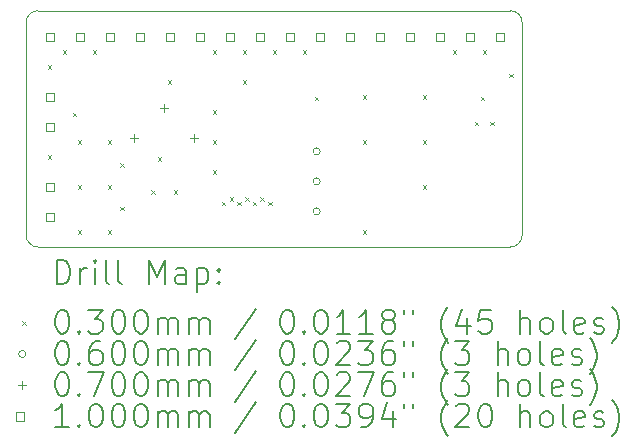
<source format=gbr>
%TF.GenerationSoftware,KiCad,Pcbnew,8.0.6*%
%TF.CreationDate,2024-12-18T19:44:45+00:00*%
%TF.ProjectId,003-UART-1602,3030332d-5541-4525-942d-313630322e6b,MkI*%
%TF.SameCoordinates,Original*%
%TF.FileFunction,Drillmap*%
%TF.FilePolarity,Positive*%
%FSLAX45Y45*%
G04 Gerber Fmt 4.5, Leading zero omitted, Abs format (unit mm)*
G04 Created by KiCad (PCBNEW 8.0.6) date 2024-12-18 19:44:45*
%MOMM*%
%LPD*%
G01*
G04 APERTURE LIST*
%ADD10C,0.050000*%
%ADD11C,0.200000*%
%ADD12C,0.100000*%
G04 APERTURE END LIST*
D10*
X3038552Y-6478930D02*
G75*
G02*
X3138552Y-6378930I100000J0D01*
G01*
X7238552Y-8278930D02*
X7238552Y-6478930D01*
X3038552Y-6478930D02*
X3038552Y-8278930D01*
X7238552Y-8278930D02*
G75*
G02*
X7138552Y-8378930I-100000J0D01*
G01*
X3138552Y-8378930D02*
G75*
G02*
X3038552Y-8278930I0J100000D01*
G01*
X7138552Y-6378930D02*
X3138552Y-6378930D01*
X3138552Y-8378930D02*
X7138552Y-8378930D01*
X7138552Y-6378930D02*
G75*
G02*
X7238552Y-6478930I0J-100000D01*
G01*
D11*
D12*
X3223552Y-6842930D02*
X3253552Y-6872930D01*
X3253552Y-6842930D02*
X3223552Y-6872930D01*
X3223552Y-7604930D02*
X3253552Y-7634930D01*
X3253552Y-7604930D02*
X3223552Y-7634930D01*
X3350552Y-6715930D02*
X3380552Y-6745930D01*
X3380552Y-6715930D02*
X3350552Y-6745930D01*
X3433552Y-7242930D02*
X3463552Y-7272930D01*
X3463552Y-7242930D02*
X3433552Y-7272930D01*
X3477552Y-7477930D02*
X3507552Y-7507930D01*
X3507552Y-7477930D02*
X3477552Y-7507930D01*
X3477552Y-7858930D02*
X3507552Y-7888930D01*
X3507552Y-7858930D02*
X3477552Y-7888930D01*
X3477552Y-8239930D02*
X3507552Y-8269930D01*
X3507552Y-8239930D02*
X3477552Y-8269930D01*
X3604552Y-6715930D02*
X3634552Y-6745930D01*
X3634552Y-6715930D02*
X3604552Y-6745930D01*
X3731552Y-7477930D02*
X3761552Y-7507930D01*
X3761552Y-7477930D02*
X3731552Y-7507930D01*
X3731552Y-7858930D02*
X3761552Y-7888930D01*
X3761552Y-7858930D02*
X3731552Y-7888930D01*
X3731552Y-8239930D02*
X3761552Y-8269930D01*
X3761552Y-8239930D02*
X3731552Y-8269930D01*
X3833552Y-7668930D02*
X3863552Y-7698930D01*
X3863552Y-7668930D02*
X3833552Y-7698930D01*
X3833552Y-8037930D02*
X3863552Y-8067930D01*
X3863552Y-8037930D02*
X3833552Y-8067930D01*
X4098552Y-7898930D02*
X4128552Y-7928930D01*
X4128552Y-7898930D02*
X4098552Y-7928930D01*
X4153552Y-7618930D02*
X4183552Y-7648930D01*
X4183552Y-7618930D02*
X4153552Y-7648930D01*
X4239552Y-6969930D02*
X4269552Y-6999930D01*
X4269552Y-6969930D02*
X4239552Y-6999930D01*
X4288552Y-7898930D02*
X4318552Y-7928930D01*
X4318552Y-7898930D02*
X4288552Y-7928930D01*
X4620552Y-6715930D02*
X4650552Y-6745930D01*
X4650552Y-6715930D02*
X4620552Y-6745930D01*
X4620552Y-7223930D02*
X4650552Y-7253930D01*
X4650552Y-7223930D02*
X4620552Y-7253930D01*
X4620552Y-7477930D02*
X4650552Y-7507930D01*
X4650552Y-7477930D02*
X4620552Y-7507930D01*
X4620552Y-7731930D02*
X4650552Y-7761930D01*
X4650552Y-7731930D02*
X4620552Y-7761930D01*
X4696622Y-7997930D02*
X4726622Y-8027930D01*
X4726622Y-7997930D02*
X4696622Y-8027930D01*
X4761622Y-7957930D02*
X4791622Y-7987930D01*
X4791622Y-7957930D02*
X4761622Y-7987930D01*
X4826622Y-7997930D02*
X4856622Y-8027930D01*
X4856622Y-7997930D02*
X4826622Y-8027930D01*
X4874552Y-6715930D02*
X4904552Y-6745930D01*
X4904552Y-6715930D02*
X4874552Y-6745930D01*
X4874552Y-6969930D02*
X4904552Y-6999930D01*
X4904552Y-6969930D02*
X4874552Y-6999930D01*
X4891622Y-7957930D02*
X4921622Y-7987930D01*
X4921622Y-7957930D02*
X4891622Y-7987930D01*
X4956622Y-7997930D02*
X4986622Y-8027930D01*
X4986622Y-7997930D02*
X4956622Y-8027930D01*
X5021622Y-7957930D02*
X5051622Y-7987930D01*
X5051622Y-7957930D02*
X5021622Y-7987930D01*
X5086622Y-7997930D02*
X5116622Y-8027930D01*
X5116622Y-7997930D02*
X5086622Y-8027930D01*
X5128552Y-6715930D02*
X5158552Y-6745930D01*
X5158552Y-6715930D02*
X5128552Y-6745930D01*
X5382552Y-6715930D02*
X5412552Y-6745930D01*
X5412552Y-6715930D02*
X5382552Y-6745930D01*
X5481622Y-7107930D02*
X5511622Y-7137930D01*
X5511622Y-7107930D02*
X5481622Y-7137930D01*
X5890552Y-7096930D02*
X5920552Y-7126930D01*
X5920552Y-7096930D02*
X5890552Y-7126930D01*
X5890552Y-7477930D02*
X5920552Y-7507930D01*
X5920552Y-7477930D02*
X5890552Y-7507930D01*
X5890552Y-8239930D02*
X5920552Y-8269930D01*
X5920552Y-8239930D02*
X5890552Y-8269930D01*
X6398552Y-7096930D02*
X6428552Y-7126930D01*
X6428552Y-7096930D02*
X6398552Y-7126930D01*
X6398552Y-7477930D02*
X6428552Y-7507930D01*
X6428552Y-7477930D02*
X6398552Y-7507930D01*
X6398552Y-7858930D02*
X6428552Y-7888930D01*
X6428552Y-7858930D02*
X6398552Y-7888930D01*
X6652552Y-6715930D02*
X6682552Y-6745930D01*
X6682552Y-6715930D02*
X6652552Y-6745930D01*
X6838552Y-7318930D02*
X6868552Y-7348930D01*
X6868552Y-7318930D02*
X6838552Y-7348930D01*
X6886622Y-7106680D02*
X6916622Y-7136680D01*
X6916622Y-7106680D02*
X6886622Y-7136680D01*
X6906552Y-6715930D02*
X6936552Y-6745930D01*
X6936552Y-6715930D02*
X6906552Y-6745930D01*
X6968552Y-7318930D02*
X6998552Y-7348930D01*
X6998552Y-7318930D02*
X6968552Y-7348930D01*
X7129122Y-6912930D02*
X7159122Y-6942930D01*
X7159122Y-6912930D02*
X7129122Y-6942930D01*
X5528552Y-7569930D02*
G75*
G02*
X5468552Y-7569930I-30000J0D01*
G01*
X5468552Y-7569930D02*
G75*
G02*
X5528552Y-7569930I30000J0D01*
G01*
X5528552Y-7823930D02*
G75*
G02*
X5468552Y-7823930I-30000J0D01*
G01*
X5468552Y-7823930D02*
G75*
G02*
X5528552Y-7823930I30000J0D01*
G01*
X5528552Y-8077930D02*
G75*
G02*
X5468552Y-8077930I-30000J0D01*
G01*
X5468552Y-8077930D02*
G75*
G02*
X5528552Y-8077930I30000J0D01*
G01*
X3953552Y-7422930D02*
X3953552Y-7492930D01*
X3918552Y-7457930D02*
X3988552Y-7457930D01*
X4207552Y-7168930D02*
X4207552Y-7238930D01*
X4172552Y-7203930D02*
X4242552Y-7203930D01*
X4461552Y-7422930D02*
X4461552Y-7492930D01*
X4426552Y-7457930D02*
X4496552Y-7457930D01*
X3273908Y-6639286D02*
X3273908Y-6568574D01*
X3203196Y-6568574D01*
X3203196Y-6639286D01*
X3273908Y-6639286D01*
X3273908Y-7147286D02*
X3273908Y-7076574D01*
X3203196Y-7076574D01*
X3203196Y-7147286D01*
X3273908Y-7147286D01*
X3273908Y-7401286D02*
X3273908Y-7330574D01*
X3203196Y-7330574D01*
X3203196Y-7401286D01*
X3273908Y-7401286D01*
X3273908Y-7909286D02*
X3273908Y-7838574D01*
X3203196Y-7838574D01*
X3203196Y-7909286D01*
X3273908Y-7909286D01*
X3273908Y-8163286D02*
X3273908Y-8092574D01*
X3203196Y-8092574D01*
X3203196Y-8163286D01*
X3273908Y-8163286D01*
X3527908Y-6639286D02*
X3527908Y-6568574D01*
X3457196Y-6568574D01*
X3457196Y-6639286D01*
X3527908Y-6639286D01*
X3781908Y-6639286D02*
X3781908Y-6568574D01*
X3711196Y-6568574D01*
X3711196Y-6639286D01*
X3781908Y-6639286D01*
X4035908Y-6639286D02*
X4035908Y-6568574D01*
X3965196Y-6568574D01*
X3965196Y-6639286D01*
X4035908Y-6639286D01*
X4289908Y-6639286D02*
X4289908Y-6568574D01*
X4219196Y-6568574D01*
X4219196Y-6639286D01*
X4289908Y-6639286D01*
X4543908Y-6639286D02*
X4543908Y-6568574D01*
X4473196Y-6568574D01*
X4473196Y-6639286D01*
X4543908Y-6639286D01*
X4797908Y-6639286D02*
X4797908Y-6568574D01*
X4727196Y-6568574D01*
X4727196Y-6639286D01*
X4797908Y-6639286D01*
X5051908Y-6639286D02*
X5051908Y-6568574D01*
X4981196Y-6568574D01*
X4981196Y-6639286D01*
X5051908Y-6639286D01*
X5305908Y-6639286D02*
X5305908Y-6568574D01*
X5235196Y-6568574D01*
X5235196Y-6639286D01*
X5305908Y-6639286D01*
X5559908Y-6639286D02*
X5559908Y-6568574D01*
X5489196Y-6568574D01*
X5489196Y-6639286D01*
X5559908Y-6639286D01*
X5813908Y-6639286D02*
X5813908Y-6568574D01*
X5743196Y-6568574D01*
X5743196Y-6639286D01*
X5813908Y-6639286D01*
X6067908Y-6639286D02*
X6067908Y-6568574D01*
X5997196Y-6568574D01*
X5997196Y-6639286D01*
X6067908Y-6639286D01*
X6321908Y-6639286D02*
X6321908Y-6568574D01*
X6251196Y-6568574D01*
X6251196Y-6639286D01*
X6321908Y-6639286D01*
X6575908Y-6639286D02*
X6575908Y-6568574D01*
X6505196Y-6568574D01*
X6505196Y-6639286D01*
X6575908Y-6639286D01*
X6829908Y-6639286D02*
X6829908Y-6568574D01*
X6759196Y-6568574D01*
X6759196Y-6639286D01*
X6829908Y-6639286D01*
X7083908Y-6639286D02*
X7083908Y-6568574D01*
X7013196Y-6568574D01*
X7013196Y-6639286D01*
X7083908Y-6639286D01*
D11*
X3296829Y-8692914D02*
X3296829Y-8492914D01*
X3296829Y-8492914D02*
X3344448Y-8492914D01*
X3344448Y-8492914D02*
X3373019Y-8502438D01*
X3373019Y-8502438D02*
X3392067Y-8521485D01*
X3392067Y-8521485D02*
X3401591Y-8540533D01*
X3401591Y-8540533D02*
X3411114Y-8578628D01*
X3411114Y-8578628D02*
X3411114Y-8607200D01*
X3411114Y-8607200D02*
X3401591Y-8645295D01*
X3401591Y-8645295D02*
X3392067Y-8664342D01*
X3392067Y-8664342D02*
X3373019Y-8683390D01*
X3373019Y-8683390D02*
X3344448Y-8692914D01*
X3344448Y-8692914D02*
X3296829Y-8692914D01*
X3496829Y-8692914D02*
X3496829Y-8559580D01*
X3496829Y-8597676D02*
X3506353Y-8578628D01*
X3506353Y-8578628D02*
X3515876Y-8569104D01*
X3515876Y-8569104D02*
X3534924Y-8559580D01*
X3534924Y-8559580D02*
X3553972Y-8559580D01*
X3620638Y-8692914D02*
X3620638Y-8559580D01*
X3620638Y-8492914D02*
X3611114Y-8502438D01*
X3611114Y-8502438D02*
X3620638Y-8511961D01*
X3620638Y-8511961D02*
X3630162Y-8502438D01*
X3630162Y-8502438D02*
X3620638Y-8492914D01*
X3620638Y-8492914D02*
X3620638Y-8511961D01*
X3744448Y-8692914D02*
X3725400Y-8683390D01*
X3725400Y-8683390D02*
X3715876Y-8664342D01*
X3715876Y-8664342D02*
X3715876Y-8492914D01*
X3849210Y-8692914D02*
X3830162Y-8683390D01*
X3830162Y-8683390D02*
X3820638Y-8664342D01*
X3820638Y-8664342D02*
X3820638Y-8492914D01*
X4077781Y-8692914D02*
X4077781Y-8492914D01*
X4077781Y-8492914D02*
X4144448Y-8635771D01*
X4144448Y-8635771D02*
X4211115Y-8492914D01*
X4211115Y-8492914D02*
X4211115Y-8692914D01*
X4392067Y-8692914D02*
X4392067Y-8588152D01*
X4392067Y-8588152D02*
X4382543Y-8569104D01*
X4382543Y-8569104D02*
X4363496Y-8559580D01*
X4363496Y-8559580D02*
X4325400Y-8559580D01*
X4325400Y-8559580D02*
X4306353Y-8569104D01*
X4392067Y-8683390D02*
X4373019Y-8692914D01*
X4373019Y-8692914D02*
X4325400Y-8692914D01*
X4325400Y-8692914D02*
X4306353Y-8683390D01*
X4306353Y-8683390D02*
X4296829Y-8664342D01*
X4296829Y-8664342D02*
X4296829Y-8645295D01*
X4296829Y-8645295D02*
X4306353Y-8626247D01*
X4306353Y-8626247D02*
X4325400Y-8616723D01*
X4325400Y-8616723D02*
X4373019Y-8616723D01*
X4373019Y-8616723D02*
X4392067Y-8607200D01*
X4487305Y-8559580D02*
X4487305Y-8759580D01*
X4487305Y-8569104D02*
X4506353Y-8559580D01*
X4506353Y-8559580D02*
X4544448Y-8559580D01*
X4544448Y-8559580D02*
X4563496Y-8569104D01*
X4563496Y-8569104D02*
X4573019Y-8578628D01*
X4573019Y-8578628D02*
X4582543Y-8597676D01*
X4582543Y-8597676D02*
X4582543Y-8654819D01*
X4582543Y-8654819D02*
X4573019Y-8673866D01*
X4573019Y-8673866D02*
X4563496Y-8683390D01*
X4563496Y-8683390D02*
X4544448Y-8692914D01*
X4544448Y-8692914D02*
X4506353Y-8692914D01*
X4506353Y-8692914D02*
X4487305Y-8683390D01*
X4668257Y-8673866D02*
X4677781Y-8683390D01*
X4677781Y-8683390D02*
X4668257Y-8692914D01*
X4668257Y-8692914D02*
X4658734Y-8683390D01*
X4658734Y-8683390D02*
X4668257Y-8673866D01*
X4668257Y-8673866D02*
X4668257Y-8692914D01*
X4668257Y-8569104D02*
X4677781Y-8578628D01*
X4677781Y-8578628D02*
X4668257Y-8588152D01*
X4668257Y-8588152D02*
X4658734Y-8578628D01*
X4658734Y-8578628D02*
X4668257Y-8569104D01*
X4668257Y-8569104D02*
X4668257Y-8588152D01*
D12*
X3006052Y-9006430D02*
X3036052Y-9036430D01*
X3036052Y-9006430D02*
X3006052Y-9036430D01*
D11*
X3334924Y-8912914D02*
X3353972Y-8912914D01*
X3353972Y-8912914D02*
X3373019Y-8922438D01*
X3373019Y-8922438D02*
X3382543Y-8931961D01*
X3382543Y-8931961D02*
X3392067Y-8951009D01*
X3392067Y-8951009D02*
X3401591Y-8989104D01*
X3401591Y-8989104D02*
X3401591Y-9036723D01*
X3401591Y-9036723D02*
X3392067Y-9074819D01*
X3392067Y-9074819D02*
X3382543Y-9093866D01*
X3382543Y-9093866D02*
X3373019Y-9103390D01*
X3373019Y-9103390D02*
X3353972Y-9112914D01*
X3353972Y-9112914D02*
X3334924Y-9112914D01*
X3334924Y-9112914D02*
X3315876Y-9103390D01*
X3315876Y-9103390D02*
X3306353Y-9093866D01*
X3306353Y-9093866D02*
X3296829Y-9074819D01*
X3296829Y-9074819D02*
X3287305Y-9036723D01*
X3287305Y-9036723D02*
X3287305Y-8989104D01*
X3287305Y-8989104D02*
X3296829Y-8951009D01*
X3296829Y-8951009D02*
X3306353Y-8931961D01*
X3306353Y-8931961D02*
X3315876Y-8922438D01*
X3315876Y-8922438D02*
X3334924Y-8912914D01*
X3487305Y-9093866D02*
X3496829Y-9103390D01*
X3496829Y-9103390D02*
X3487305Y-9112914D01*
X3487305Y-9112914D02*
X3477781Y-9103390D01*
X3477781Y-9103390D02*
X3487305Y-9093866D01*
X3487305Y-9093866D02*
X3487305Y-9112914D01*
X3563495Y-8912914D02*
X3687305Y-8912914D01*
X3687305Y-8912914D02*
X3620638Y-8989104D01*
X3620638Y-8989104D02*
X3649210Y-8989104D01*
X3649210Y-8989104D02*
X3668257Y-8998628D01*
X3668257Y-8998628D02*
X3677781Y-9008152D01*
X3677781Y-9008152D02*
X3687305Y-9027200D01*
X3687305Y-9027200D02*
X3687305Y-9074819D01*
X3687305Y-9074819D02*
X3677781Y-9093866D01*
X3677781Y-9093866D02*
X3668257Y-9103390D01*
X3668257Y-9103390D02*
X3649210Y-9112914D01*
X3649210Y-9112914D02*
X3592067Y-9112914D01*
X3592067Y-9112914D02*
X3573019Y-9103390D01*
X3573019Y-9103390D02*
X3563495Y-9093866D01*
X3811114Y-8912914D02*
X3830162Y-8912914D01*
X3830162Y-8912914D02*
X3849210Y-8922438D01*
X3849210Y-8922438D02*
X3858734Y-8931961D01*
X3858734Y-8931961D02*
X3868257Y-8951009D01*
X3868257Y-8951009D02*
X3877781Y-8989104D01*
X3877781Y-8989104D02*
X3877781Y-9036723D01*
X3877781Y-9036723D02*
X3868257Y-9074819D01*
X3868257Y-9074819D02*
X3858734Y-9093866D01*
X3858734Y-9093866D02*
X3849210Y-9103390D01*
X3849210Y-9103390D02*
X3830162Y-9112914D01*
X3830162Y-9112914D02*
X3811114Y-9112914D01*
X3811114Y-9112914D02*
X3792067Y-9103390D01*
X3792067Y-9103390D02*
X3782543Y-9093866D01*
X3782543Y-9093866D02*
X3773019Y-9074819D01*
X3773019Y-9074819D02*
X3763495Y-9036723D01*
X3763495Y-9036723D02*
X3763495Y-8989104D01*
X3763495Y-8989104D02*
X3773019Y-8951009D01*
X3773019Y-8951009D02*
X3782543Y-8931961D01*
X3782543Y-8931961D02*
X3792067Y-8922438D01*
X3792067Y-8922438D02*
X3811114Y-8912914D01*
X4001591Y-8912914D02*
X4020638Y-8912914D01*
X4020638Y-8912914D02*
X4039686Y-8922438D01*
X4039686Y-8922438D02*
X4049210Y-8931961D01*
X4049210Y-8931961D02*
X4058734Y-8951009D01*
X4058734Y-8951009D02*
X4068257Y-8989104D01*
X4068257Y-8989104D02*
X4068257Y-9036723D01*
X4068257Y-9036723D02*
X4058734Y-9074819D01*
X4058734Y-9074819D02*
X4049210Y-9093866D01*
X4049210Y-9093866D02*
X4039686Y-9103390D01*
X4039686Y-9103390D02*
X4020638Y-9112914D01*
X4020638Y-9112914D02*
X4001591Y-9112914D01*
X4001591Y-9112914D02*
X3982543Y-9103390D01*
X3982543Y-9103390D02*
X3973019Y-9093866D01*
X3973019Y-9093866D02*
X3963495Y-9074819D01*
X3963495Y-9074819D02*
X3953972Y-9036723D01*
X3953972Y-9036723D02*
X3953972Y-8989104D01*
X3953972Y-8989104D02*
X3963495Y-8951009D01*
X3963495Y-8951009D02*
X3973019Y-8931961D01*
X3973019Y-8931961D02*
X3982543Y-8922438D01*
X3982543Y-8922438D02*
X4001591Y-8912914D01*
X4153972Y-9112914D02*
X4153972Y-8979580D01*
X4153972Y-8998628D02*
X4163495Y-8989104D01*
X4163495Y-8989104D02*
X4182543Y-8979580D01*
X4182543Y-8979580D02*
X4211115Y-8979580D01*
X4211115Y-8979580D02*
X4230162Y-8989104D01*
X4230162Y-8989104D02*
X4239686Y-9008152D01*
X4239686Y-9008152D02*
X4239686Y-9112914D01*
X4239686Y-9008152D02*
X4249210Y-8989104D01*
X4249210Y-8989104D02*
X4268257Y-8979580D01*
X4268257Y-8979580D02*
X4296829Y-8979580D01*
X4296829Y-8979580D02*
X4315877Y-8989104D01*
X4315877Y-8989104D02*
X4325400Y-9008152D01*
X4325400Y-9008152D02*
X4325400Y-9112914D01*
X4420638Y-9112914D02*
X4420638Y-8979580D01*
X4420638Y-8998628D02*
X4430162Y-8989104D01*
X4430162Y-8989104D02*
X4449210Y-8979580D01*
X4449210Y-8979580D02*
X4477781Y-8979580D01*
X4477781Y-8979580D02*
X4496829Y-8989104D01*
X4496829Y-8989104D02*
X4506353Y-9008152D01*
X4506353Y-9008152D02*
X4506353Y-9112914D01*
X4506353Y-9008152D02*
X4515877Y-8989104D01*
X4515877Y-8989104D02*
X4534924Y-8979580D01*
X4534924Y-8979580D02*
X4563496Y-8979580D01*
X4563496Y-8979580D02*
X4582543Y-8989104D01*
X4582543Y-8989104D02*
X4592067Y-9008152D01*
X4592067Y-9008152D02*
X4592067Y-9112914D01*
X4982543Y-8903390D02*
X4811115Y-9160533D01*
X5239686Y-8912914D02*
X5258734Y-8912914D01*
X5258734Y-8912914D02*
X5277781Y-8922438D01*
X5277781Y-8922438D02*
X5287305Y-8931961D01*
X5287305Y-8931961D02*
X5296829Y-8951009D01*
X5296829Y-8951009D02*
X5306353Y-8989104D01*
X5306353Y-8989104D02*
X5306353Y-9036723D01*
X5306353Y-9036723D02*
X5296829Y-9074819D01*
X5296829Y-9074819D02*
X5287305Y-9093866D01*
X5287305Y-9093866D02*
X5277781Y-9103390D01*
X5277781Y-9103390D02*
X5258734Y-9112914D01*
X5258734Y-9112914D02*
X5239686Y-9112914D01*
X5239686Y-9112914D02*
X5220639Y-9103390D01*
X5220639Y-9103390D02*
X5211115Y-9093866D01*
X5211115Y-9093866D02*
X5201591Y-9074819D01*
X5201591Y-9074819D02*
X5192067Y-9036723D01*
X5192067Y-9036723D02*
X5192067Y-8989104D01*
X5192067Y-8989104D02*
X5201591Y-8951009D01*
X5201591Y-8951009D02*
X5211115Y-8931961D01*
X5211115Y-8931961D02*
X5220639Y-8922438D01*
X5220639Y-8922438D02*
X5239686Y-8912914D01*
X5392067Y-9093866D02*
X5401591Y-9103390D01*
X5401591Y-9103390D02*
X5392067Y-9112914D01*
X5392067Y-9112914D02*
X5382543Y-9103390D01*
X5382543Y-9103390D02*
X5392067Y-9093866D01*
X5392067Y-9093866D02*
X5392067Y-9112914D01*
X5525400Y-8912914D02*
X5544448Y-8912914D01*
X5544448Y-8912914D02*
X5563496Y-8922438D01*
X5563496Y-8922438D02*
X5573020Y-8931961D01*
X5573020Y-8931961D02*
X5582543Y-8951009D01*
X5582543Y-8951009D02*
X5592067Y-8989104D01*
X5592067Y-8989104D02*
X5592067Y-9036723D01*
X5592067Y-9036723D02*
X5582543Y-9074819D01*
X5582543Y-9074819D02*
X5573020Y-9093866D01*
X5573020Y-9093866D02*
X5563496Y-9103390D01*
X5563496Y-9103390D02*
X5544448Y-9112914D01*
X5544448Y-9112914D02*
X5525400Y-9112914D01*
X5525400Y-9112914D02*
X5506353Y-9103390D01*
X5506353Y-9103390D02*
X5496829Y-9093866D01*
X5496829Y-9093866D02*
X5487305Y-9074819D01*
X5487305Y-9074819D02*
X5477781Y-9036723D01*
X5477781Y-9036723D02*
X5477781Y-8989104D01*
X5477781Y-8989104D02*
X5487305Y-8951009D01*
X5487305Y-8951009D02*
X5496829Y-8931961D01*
X5496829Y-8931961D02*
X5506353Y-8922438D01*
X5506353Y-8922438D02*
X5525400Y-8912914D01*
X5782543Y-9112914D02*
X5668258Y-9112914D01*
X5725400Y-9112914D02*
X5725400Y-8912914D01*
X5725400Y-8912914D02*
X5706353Y-8941485D01*
X5706353Y-8941485D02*
X5687305Y-8960533D01*
X5687305Y-8960533D02*
X5668258Y-8970057D01*
X5973019Y-9112914D02*
X5858734Y-9112914D01*
X5915877Y-9112914D02*
X5915877Y-8912914D01*
X5915877Y-8912914D02*
X5896829Y-8941485D01*
X5896829Y-8941485D02*
X5877781Y-8960533D01*
X5877781Y-8960533D02*
X5858734Y-8970057D01*
X6087305Y-8998628D02*
X6068258Y-8989104D01*
X6068258Y-8989104D02*
X6058734Y-8979580D01*
X6058734Y-8979580D02*
X6049210Y-8960533D01*
X6049210Y-8960533D02*
X6049210Y-8951009D01*
X6049210Y-8951009D02*
X6058734Y-8931961D01*
X6058734Y-8931961D02*
X6068258Y-8922438D01*
X6068258Y-8922438D02*
X6087305Y-8912914D01*
X6087305Y-8912914D02*
X6125400Y-8912914D01*
X6125400Y-8912914D02*
X6144448Y-8922438D01*
X6144448Y-8922438D02*
X6153972Y-8931961D01*
X6153972Y-8931961D02*
X6163496Y-8951009D01*
X6163496Y-8951009D02*
X6163496Y-8960533D01*
X6163496Y-8960533D02*
X6153972Y-8979580D01*
X6153972Y-8979580D02*
X6144448Y-8989104D01*
X6144448Y-8989104D02*
X6125400Y-8998628D01*
X6125400Y-8998628D02*
X6087305Y-8998628D01*
X6087305Y-8998628D02*
X6068258Y-9008152D01*
X6068258Y-9008152D02*
X6058734Y-9017676D01*
X6058734Y-9017676D02*
X6049210Y-9036723D01*
X6049210Y-9036723D02*
X6049210Y-9074819D01*
X6049210Y-9074819D02*
X6058734Y-9093866D01*
X6058734Y-9093866D02*
X6068258Y-9103390D01*
X6068258Y-9103390D02*
X6087305Y-9112914D01*
X6087305Y-9112914D02*
X6125400Y-9112914D01*
X6125400Y-9112914D02*
X6144448Y-9103390D01*
X6144448Y-9103390D02*
X6153972Y-9093866D01*
X6153972Y-9093866D02*
X6163496Y-9074819D01*
X6163496Y-9074819D02*
X6163496Y-9036723D01*
X6163496Y-9036723D02*
X6153972Y-9017676D01*
X6153972Y-9017676D02*
X6144448Y-9008152D01*
X6144448Y-9008152D02*
X6125400Y-8998628D01*
X6239686Y-8912914D02*
X6239686Y-8951009D01*
X6315877Y-8912914D02*
X6315877Y-8951009D01*
X6611115Y-9189104D02*
X6601591Y-9179580D01*
X6601591Y-9179580D02*
X6582543Y-9151009D01*
X6582543Y-9151009D02*
X6573020Y-9131961D01*
X6573020Y-9131961D02*
X6563496Y-9103390D01*
X6563496Y-9103390D02*
X6553972Y-9055771D01*
X6553972Y-9055771D02*
X6553972Y-9017676D01*
X6553972Y-9017676D02*
X6563496Y-8970057D01*
X6563496Y-8970057D02*
X6573020Y-8941485D01*
X6573020Y-8941485D02*
X6582543Y-8922438D01*
X6582543Y-8922438D02*
X6601591Y-8893866D01*
X6601591Y-8893866D02*
X6611115Y-8884342D01*
X6773020Y-8979580D02*
X6773020Y-9112914D01*
X6725400Y-8903390D02*
X6677781Y-9046247D01*
X6677781Y-9046247D02*
X6801591Y-9046247D01*
X6973020Y-8912914D02*
X6877781Y-8912914D01*
X6877781Y-8912914D02*
X6868258Y-9008152D01*
X6868258Y-9008152D02*
X6877781Y-8998628D01*
X6877781Y-8998628D02*
X6896829Y-8989104D01*
X6896829Y-8989104D02*
X6944448Y-8989104D01*
X6944448Y-8989104D02*
X6963496Y-8998628D01*
X6963496Y-8998628D02*
X6973020Y-9008152D01*
X6973020Y-9008152D02*
X6982543Y-9027200D01*
X6982543Y-9027200D02*
X6982543Y-9074819D01*
X6982543Y-9074819D02*
X6973020Y-9093866D01*
X6973020Y-9093866D02*
X6963496Y-9103390D01*
X6963496Y-9103390D02*
X6944448Y-9112914D01*
X6944448Y-9112914D02*
X6896829Y-9112914D01*
X6896829Y-9112914D02*
X6877781Y-9103390D01*
X6877781Y-9103390D02*
X6868258Y-9093866D01*
X7220639Y-9112914D02*
X7220639Y-8912914D01*
X7306353Y-9112914D02*
X7306353Y-9008152D01*
X7306353Y-9008152D02*
X7296829Y-8989104D01*
X7296829Y-8989104D02*
X7277782Y-8979580D01*
X7277782Y-8979580D02*
X7249210Y-8979580D01*
X7249210Y-8979580D02*
X7230162Y-8989104D01*
X7230162Y-8989104D02*
X7220639Y-8998628D01*
X7430162Y-9112914D02*
X7411115Y-9103390D01*
X7411115Y-9103390D02*
X7401591Y-9093866D01*
X7401591Y-9093866D02*
X7392067Y-9074819D01*
X7392067Y-9074819D02*
X7392067Y-9017676D01*
X7392067Y-9017676D02*
X7401591Y-8998628D01*
X7401591Y-8998628D02*
X7411115Y-8989104D01*
X7411115Y-8989104D02*
X7430162Y-8979580D01*
X7430162Y-8979580D02*
X7458734Y-8979580D01*
X7458734Y-8979580D02*
X7477782Y-8989104D01*
X7477782Y-8989104D02*
X7487305Y-8998628D01*
X7487305Y-8998628D02*
X7496829Y-9017676D01*
X7496829Y-9017676D02*
X7496829Y-9074819D01*
X7496829Y-9074819D02*
X7487305Y-9093866D01*
X7487305Y-9093866D02*
X7477782Y-9103390D01*
X7477782Y-9103390D02*
X7458734Y-9112914D01*
X7458734Y-9112914D02*
X7430162Y-9112914D01*
X7611115Y-9112914D02*
X7592067Y-9103390D01*
X7592067Y-9103390D02*
X7582543Y-9084342D01*
X7582543Y-9084342D02*
X7582543Y-8912914D01*
X7763496Y-9103390D02*
X7744448Y-9112914D01*
X7744448Y-9112914D02*
X7706353Y-9112914D01*
X7706353Y-9112914D02*
X7687305Y-9103390D01*
X7687305Y-9103390D02*
X7677782Y-9084342D01*
X7677782Y-9084342D02*
X7677782Y-9008152D01*
X7677782Y-9008152D02*
X7687305Y-8989104D01*
X7687305Y-8989104D02*
X7706353Y-8979580D01*
X7706353Y-8979580D02*
X7744448Y-8979580D01*
X7744448Y-8979580D02*
X7763496Y-8989104D01*
X7763496Y-8989104D02*
X7773020Y-9008152D01*
X7773020Y-9008152D02*
X7773020Y-9027200D01*
X7773020Y-9027200D02*
X7677782Y-9046247D01*
X7849210Y-9103390D02*
X7868258Y-9112914D01*
X7868258Y-9112914D02*
X7906353Y-9112914D01*
X7906353Y-9112914D02*
X7925401Y-9103390D01*
X7925401Y-9103390D02*
X7934924Y-9084342D01*
X7934924Y-9084342D02*
X7934924Y-9074819D01*
X7934924Y-9074819D02*
X7925401Y-9055771D01*
X7925401Y-9055771D02*
X7906353Y-9046247D01*
X7906353Y-9046247D02*
X7877782Y-9046247D01*
X7877782Y-9046247D02*
X7858734Y-9036723D01*
X7858734Y-9036723D02*
X7849210Y-9017676D01*
X7849210Y-9017676D02*
X7849210Y-9008152D01*
X7849210Y-9008152D02*
X7858734Y-8989104D01*
X7858734Y-8989104D02*
X7877782Y-8979580D01*
X7877782Y-8979580D02*
X7906353Y-8979580D01*
X7906353Y-8979580D02*
X7925401Y-8989104D01*
X8001591Y-9189104D02*
X8011115Y-9179580D01*
X8011115Y-9179580D02*
X8030163Y-9151009D01*
X8030163Y-9151009D02*
X8039686Y-9131961D01*
X8039686Y-9131961D02*
X8049210Y-9103390D01*
X8049210Y-9103390D02*
X8058734Y-9055771D01*
X8058734Y-9055771D02*
X8058734Y-9017676D01*
X8058734Y-9017676D02*
X8049210Y-8970057D01*
X8049210Y-8970057D02*
X8039686Y-8941485D01*
X8039686Y-8941485D02*
X8030163Y-8922438D01*
X8030163Y-8922438D02*
X8011115Y-8893866D01*
X8011115Y-8893866D02*
X8001591Y-8884342D01*
D12*
X3036052Y-9285430D02*
G75*
G02*
X2976052Y-9285430I-30000J0D01*
G01*
X2976052Y-9285430D02*
G75*
G02*
X3036052Y-9285430I30000J0D01*
G01*
D11*
X3334924Y-9176914D02*
X3353972Y-9176914D01*
X3353972Y-9176914D02*
X3373019Y-9186438D01*
X3373019Y-9186438D02*
X3382543Y-9195961D01*
X3382543Y-9195961D02*
X3392067Y-9215009D01*
X3392067Y-9215009D02*
X3401591Y-9253104D01*
X3401591Y-9253104D02*
X3401591Y-9300723D01*
X3401591Y-9300723D02*
X3392067Y-9338819D01*
X3392067Y-9338819D02*
X3382543Y-9357866D01*
X3382543Y-9357866D02*
X3373019Y-9367390D01*
X3373019Y-9367390D02*
X3353972Y-9376914D01*
X3353972Y-9376914D02*
X3334924Y-9376914D01*
X3334924Y-9376914D02*
X3315876Y-9367390D01*
X3315876Y-9367390D02*
X3306353Y-9357866D01*
X3306353Y-9357866D02*
X3296829Y-9338819D01*
X3296829Y-9338819D02*
X3287305Y-9300723D01*
X3287305Y-9300723D02*
X3287305Y-9253104D01*
X3287305Y-9253104D02*
X3296829Y-9215009D01*
X3296829Y-9215009D02*
X3306353Y-9195961D01*
X3306353Y-9195961D02*
X3315876Y-9186438D01*
X3315876Y-9186438D02*
X3334924Y-9176914D01*
X3487305Y-9357866D02*
X3496829Y-9367390D01*
X3496829Y-9367390D02*
X3487305Y-9376914D01*
X3487305Y-9376914D02*
X3477781Y-9367390D01*
X3477781Y-9367390D02*
X3487305Y-9357866D01*
X3487305Y-9357866D02*
X3487305Y-9376914D01*
X3668257Y-9176914D02*
X3630162Y-9176914D01*
X3630162Y-9176914D02*
X3611114Y-9186438D01*
X3611114Y-9186438D02*
X3601591Y-9195961D01*
X3601591Y-9195961D02*
X3582543Y-9224533D01*
X3582543Y-9224533D02*
X3573019Y-9262628D01*
X3573019Y-9262628D02*
X3573019Y-9338819D01*
X3573019Y-9338819D02*
X3582543Y-9357866D01*
X3582543Y-9357866D02*
X3592067Y-9367390D01*
X3592067Y-9367390D02*
X3611114Y-9376914D01*
X3611114Y-9376914D02*
X3649210Y-9376914D01*
X3649210Y-9376914D02*
X3668257Y-9367390D01*
X3668257Y-9367390D02*
X3677781Y-9357866D01*
X3677781Y-9357866D02*
X3687305Y-9338819D01*
X3687305Y-9338819D02*
X3687305Y-9291200D01*
X3687305Y-9291200D02*
X3677781Y-9272152D01*
X3677781Y-9272152D02*
X3668257Y-9262628D01*
X3668257Y-9262628D02*
X3649210Y-9253104D01*
X3649210Y-9253104D02*
X3611114Y-9253104D01*
X3611114Y-9253104D02*
X3592067Y-9262628D01*
X3592067Y-9262628D02*
X3582543Y-9272152D01*
X3582543Y-9272152D02*
X3573019Y-9291200D01*
X3811114Y-9176914D02*
X3830162Y-9176914D01*
X3830162Y-9176914D02*
X3849210Y-9186438D01*
X3849210Y-9186438D02*
X3858734Y-9195961D01*
X3858734Y-9195961D02*
X3868257Y-9215009D01*
X3868257Y-9215009D02*
X3877781Y-9253104D01*
X3877781Y-9253104D02*
X3877781Y-9300723D01*
X3877781Y-9300723D02*
X3868257Y-9338819D01*
X3868257Y-9338819D02*
X3858734Y-9357866D01*
X3858734Y-9357866D02*
X3849210Y-9367390D01*
X3849210Y-9367390D02*
X3830162Y-9376914D01*
X3830162Y-9376914D02*
X3811114Y-9376914D01*
X3811114Y-9376914D02*
X3792067Y-9367390D01*
X3792067Y-9367390D02*
X3782543Y-9357866D01*
X3782543Y-9357866D02*
X3773019Y-9338819D01*
X3773019Y-9338819D02*
X3763495Y-9300723D01*
X3763495Y-9300723D02*
X3763495Y-9253104D01*
X3763495Y-9253104D02*
X3773019Y-9215009D01*
X3773019Y-9215009D02*
X3782543Y-9195961D01*
X3782543Y-9195961D02*
X3792067Y-9186438D01*
X3792067Y-9186438D02*
X3811114Y-9176914D01*
X4001591Y-9176914D02*
X4020638Y-9176914D01*
X4020638Y-9176914D02*
X4039686Y-9186438D01*
X4039686Y-9186438D02*
X4049210Y-9195961D01*
X4049210Y-9195961D02*
X4058734Y-9215009D01*
X4058734Y-9215009D02*
X4068257Y-9253104D01*
X4068257Y-9253104D02*
X4068257Y-9300723D01*
X4068257Y-9300723D02*
X4058734Y-9338819D01*
X4058734Y-9338819D02*
X4049210Y-9357866D01*
X4049210Y-9357866D02*
X4039686Y-9367390D01*
X4039686Y-9367390D02*
X4020638Y-9376914D01*
X4020638Y-9376914D02*
X4001591Y-9376914D01*
X4001591Y-9376914D02*
X3982543Y-9367390D01*
X3982543Y-9367390D02*
X3973019Y-9357866D01*
X3973019Y-9357866D02*
X3963495Y-9338819D01*
X3963495Y-9338819D02*
X3953972Y-9300723D01*
X3953972Y-9300723D02*
X3953972Y-9253104D01*
X3953972Y-9253104D02*
X3963495Y-9215009D01*
X3963495Y-9215009D02*
X3973019Y-9195961D01*
X3973019Y-9195961D02*
X3982543Y-9186438D01*
X3982543Y-9186438D02*
X4001591Y-9176914D01*
X4153972Y-9376914D02*
X4153972Y-9243580D01*
X4153972Y-9262628D02*
X4163495Y-9253104D01*
X4163495Y-9253104D02*
X4182543Y-9243580D01*
X4182543Y-9243580D02*
X4211115Y-9243580D01*
X4211115Y-9243580D02*
X4230162Y-9253104D01*
X4230162Y-9253104D02*
X4239686Y-9272152D01*
X4239686Y-9272152D02*
X4239686Y-9376914D01*
X4239686Y-9272152D02*
X4249210Y-9253104D01*
X4249210Y-9253104D02*
X4268257Y-9243580D01*
X4268257Y-9243580D02*
X4296829Y-9243580D01*
X4296829Y-9243580D02*
X4315877Y-9253104D01*
X4315877Y-9253104D02*
X4325400Y-9272152D01*
X4325400Y-9272152D02*
X4325400Y-9376914D01*
X4420638Y-9376914D02*
X4420638Y-9243580D01*
X4420638Y-9262628D02*
X4430162Y-9253104D01*
X4430162Y-9253104D02*
X4449210Y-9243580D01*
X4449210Y-9243580D02*
X4477781Y-9243580D01*
X4477781Y-9243580D02*
X4496829Y-9253104D01*
X4496829Y-9253104D02*
X4506353Y-9272152D01*
X4506353Y-9272152D02*
X4506353Y-9376914D01*
X4506353Y-9272152D02*
X4515877Y-9253104D01*
X4515877Y-9253104D02*
X4534924Y-9243580D01*
X4534924Y-9243580D02*
X4563496Y-9243580D01*
X4563496Y-9243580D02*
X4582543Y-9253104D01*
X4582543Y-9253104D02*
X4592067Y-9272152D01*
X4592067Y-9272152D02*
X4592067Y-9376914D01*
X4982543Y-9167390D02*
X4811115Y-9424533D01*
X5239686Y-9176914D02*
X5258734Y-9176914D01*
X5258734Y-9176914D02*
X5277781Y-9186438D01*
X5277781Y-9186438D02*
X5287305Y-9195961D01*
X5287305Y-9195961D02*
X5296829Y-9215009D01*
X5296829Y-9215009D02*
X5306353Y-9253104D01*
X5306353Y-9253104D02*
X5306353Y-9300723D01*
X5306353Y-9300723D02*
X5296829Y-9338819D01*
X5296829Y-9338819D02*
X5287305Y-9357866D01*
X5287305Y-9357866D02*
X5277781Y-9367390D01*
X5277781Y-9367390D02*
X5258734Y-9376914D01*
X5258734Y-9376914D02*
X5239686Y-9376914D01*
X5239686Y-9376914D02*
X5220639Y-9367390D01*
X5220639Y-9367390D02*
X5211115Y-9357866D01*
X5211115Y-9357866D02*
X5201591Y-9338819D01*
X5201591Y-9338819D02*
X5192067Y-9300723D01*
X5192067Y-9300723D02*
X5192067Y-9253104D01*
X5192067Y-9253104D02*
X5201591Y-9215009D01*
X5201591Y-9215009D02*
X5211115Y-9195961D01*
X5211115Y-9195961D02*
X5220639Y-9186438D01*
X5220639Y-9186438D02*
X5239686Y-9176914D01*
X5392067Y-9357866D02*
X5401591Y-9367390D01*
X5401591Y-9367390D02*
X5392067Y-9376914D01*
X5392067Y-9376914D02*
X5382543Y-9367390D01*
X5382543Y-9367390D02*
X5392067Y-9357866D01*
X5392067Y-9357866D02*
X5392067Y-9376914D01*
X5525400Y-9176914D02*
X5544448Y-9176914D01*
X5544448Y-9176914D02*
X5563496Y-9186438D01*
X5563496Y-9186438D02*
X5573020Y-9195961D01*
X5573020Y-9195961D02*
X5582543Y-9215009D01*
X5582543Y-9215009D02*
X5592067Y-9253104D01*
X5592067Y-9253104D02*
X5592067Y-9300723D01*
X5592067Y-9300723D02*
X5582543Y-9338819D01*
X5582543Y-9338819D02*
X5573020Y-9357866D01*
X5573020Y-9357866D02*
X5563496Y-9367390D01*
X5563496Y-9367390D02*
X5544448Y-9376914D01*
X5544448Y-9376914D02*
X5525400Y-9376914D01*
X5525400Y-9376914D02*
X5506353Y-9367390D01*
X5506353Y-9367390D02*
X5496829Y-9357866D01*
X5496829Y-9357866D02*
X5487305Y-9338819D01*
X5487305Y-9338819D02*
X5477781Y-9300723D01*
X5477781Y-9300723D02*
X5477781Y-9253104D01*
X5477781Y-9253104D02*
X5487305Y-9215009D01*
X5487305Y-9215009D02*
X5496829Y-9195961D01*
X5496829Y-9195961D02*
X5506353Y-9186438D01*
X5506353Y-9186438D02*
X5525400Y-9176914D01*
X5668258Y-9195961D02*
X5677781Y-9186438D01*
X5677781Y-9186438D02*
X5696829Y-9176914D01*
X5696829Y-9176914D02*
X5744448Y-9176914D01*
X5744448Y-9176914D02*
X5763496Y-9186438D01*
X5763496Y-9186438D02*
X5773019Y-9195961D01*
X5773019Y-9195961D02*
X5782543Y-9215009D01*
X5782543Y-9215009D02*
X5782543Y-9234057D01*
X5782543Y-9234057D02*
X5773019Y-9262628D01*
X5773019Y-9262628D02*
X5658734Y-9376914D01*
X5658734Y-9376914D02*
X5782543Y-9376914D01*
X5849210Y-9176914D02*
X5973019Y-9176914D01*
X5973019Y-9176914D02*
X5906353Y-9253104D01*
X5906353Y-9253104D02*
X5934924Y-9253104D01*
X5934924Y-9253104D02*
X5953972Y-9262628D01*
X5953972Y-9262628D02*
X5963496Y-9272152D01*
X5963496Y-9272152D02*
X5973019Y-9291200D01*
X5973019Y-9291200D02*
X5973019Y-9338819D01*
X5973019Y-9338819D02*
X5963496Y-9357866D01*
X5963496Y-9357866D02*
X5953972Y-9367390D01*
X5953972Y-9367390D02*
X5934924Y-9376914D01*
X5934924Y-9376914D02*
X5877781Y-9376914D01*
X5877781Y-9376914D02*
X5858734Y-9367390D01*
X5858734Y-9367390D02*
X5849210Y-9357866D01*
X6144448Y-9176914D02*
X6106353Y-9176914D01*
X6106353Y-9176914D02*
X6087305Y-9186438D01*
X6087305Y-9186438D02*
X6077781Y-9195961D01*
X6077781Y-9195961D02*
X6058734Y-9224533D01*
X6058734Y-9224533D02*
X6049210Y-9262628D01*
X6049210Y-9262628D02*
X6049210Y-9338819D01*
X6049210Y-9338819D02*
X6058734Y-9357866D01*
X6058734Y-9357866D02*
X6068258Y-9367390D01*
X6068258Y-9367390D02*
X6087305Y-9376914D01*
X6087305Y-9376914D02*
X6125400Y-9376914D01*
X6125400Y-9376914D02*
X6144448Y-9367390D01*
X6144448Y-9367390D02*
X6153972Y-9357866D01*
X6153972Y-9357866D02*
X6163496Y-9338819D01*
X6163496Y-9338819D02*
X6163496Y-9291200D01*
X6163496Y-9291200D02*
X6153972Y-9272152D01*
X6153972Y-9272152D02*
X6144448Y-9262628D01*
X6144448Y-9262628D02*
X6125400Y-9253104D01*
X6125400Y-9253104D02*
X6087305Y-9253104D01*
X6087305Y-9253104D02*
X6068258Y-9262628D01*
X6068258Y-9262628D02*
X6058734Y-9272152D01*
X6058734Y-9272152D02*
X6049210Y-9291200D01*
X6239686Y-9176914D02*
X6239686Y-9215009D01*
X6315877Y-9176914D02*
X6315877Y-9215009D01*
X6611115Y-9453104D02*
X6601591Y-9443580D01*
X6601591Y-9443580D02*
X6582543Y-9415009D01*
X6582543Y-9415009D02*
X6573020Y-9395961D01*
X6573020Y-9395961D02*
X6563496Y-9367390D01*
X6563496Y-9367390D02*
X6553972Y-9319771D01*
X6553972Y-9319771D02*
X6553972Y-9281676D01*
X6553972Y-9281676D02*
X6563496Y-9234057D01*
X6563496Y-9234057D02*
X6573020Y-9205485D01*
X6573020Y-9205485D02*
X6582543Y-9186438D01*
X6582543Y-9186438D02*
X6601591Y-9157866D01*
X6601591Y-9157866D02*
X6611115Y-9148342D01*
X6668258Y-9176914D02*
X6792067Y-9176914D01*
X6792067Y-9176914D02*
X6725400Y-9253104D01*
X6725400Y-9253104D02*
X6753972Y-9253104D01*
X6753972Y-9253104D02*
X6773020Y-9262628D01*
X6773020Y-9262628D02*
X6782543Y-9272152D01*
X6782543Y-9272152D02*
X6792067Y-9291200D01*
X6792067Y-9291200D02*
X6792067Y-9338819D01*
X6792067Y-9338819D02*
X6782543Y-9357866D01*
X6782543Y-9357866D02*
X6773020Y-9367390D01*
X6773020Y-9367390D02*
X6753972Y-9376914D01*
X6753972Y-9376914D02*
X6696829Y-9376914D01*
X6696829Y-9376914D02*
X6677781Y-9367390D01*
X6677781Y-9367390D02*
X6668258Y-9357866D01*
X7030162Y-9376914D02*
X7030162Y-9176914D01*
X7115877Y-9376914D02*
X7115877Y-9272152D01*
X7115877Y-9272152D02*
X7106353Y-9253104D01*
X7106353Y-9253104D02*
X7087305Y-9243580D01*
X7087305Y-9243580D02*
X7058734Y-9243580D01*
X7058734Y-9243580D02*
X7039686Y-9253104D01*
X7039686Y-9253104D02*
X7030162Y-9262628D01*
X7239686Y-9376914D02*
X7220639Y-9367390D01*
X7220639Y-9367390D02*
X7211115Y-9357866D01*
X7211115Y-9357866D02*
X7201591Y-9338819D01*
X7201591Y-9338819D02*
X7201591Y-9281676D01*
X7201591Y-9281676D02*
X7211115Y-9262628D01*
X7211115Y-9262628D02*
X7220639Y-9253104D01*
X7220639Y-9253104D02*
X7239686Y-9243580D01*
X7239686Y-9243580D02*
X7268258Y-9243580D01*
X7268258Y-9243580D02*
X7287305Y-9253104D01*
X7287305Y-9253104D02*
X7296829Y-9262628D01*
X7296829Y-9262628D02*
X7306353Y-9281676D01*
X7306353Y-9281676D02*
X7306353Y-9338819D01*
X7306353Y-9338819D02*
X7296829Y-9357866D01*
X7296829Y-9357866D02*
X7287305Y-9367390D01*
X7287305Y-9367390D02*
X7268258Y-9376914D01*
X7268258Y-9376914D02*
X7239686Y-9376914D01*
X7420639Y-9376914D02*
X7401591Y-9367390D01*
X7401591Y-9367390D02*
X7392067Y-9348342D01*
X7392067Y-9348342D02*
X7392067Y-9176914D01*
X7573020Y-9367390D02*
X7553972Y-9376914D01*
X7553972Y-9376914D02*
X7515877Y-9376914D01*
X7515877Y-9376914D02*
X7496829Y-9367390D01*
X7496829Y-9367390D02*
X7487305Y-9348342D01*
X7487305Y-9348342D02*
X7487305Y-9272152D01*
X7487305Y-9272152D02*
X7496829Y-9253104D01*
X7496829Y-9253104D02*
X7515877Y-9243580D01*
X7515877Y-9243580D02*
X7553972Y-9243580D01*
X7553972Y-9243580D02*
X7573020Y-9253104D01*
X7573020Y-9253104D02*
X7582543Y-9272152D01*
X7582543Y-9272152D02*
X7582543Y-9291200D01*
X7582543Y-9291200D02*
X7487305Y-9310247D01*
X7658734Y-9367390D02*
X7677782Y-9376914D01*
X7677782Y-9376914D02*
X7715877Y-9376914D01*
X7715877Y-9376914D02*
X7734924Y-9367390D01*
X7734924Y-9367390D02*
X7744448Y-9348342D01*
X7744448Y-9348342D02*
X7744448Y-9338819D01*
X7744448Y-9338819D02*
X7734924Y-9319771D01*
X7734924Y-9319771D02*
X7715877Y-9310247D01*
X7715877Y-9310247D02*
X7687305Y-9310247D01*
X7687305Y-9310247D02*
X7668258Y-9300723D01*
X7668258Y-9300723D02*
X7658734Y-9281676D01*
X7658734Y-9281676D02*
X7658734Y-9272152D01*
X7658734Y-9272152D02*
X7668258Y-9253104D01*
X7668258Y-9253104D02*
X7687305Y-9243580D01*
X7687305Y-9243580D02*
X7715877Y-9243580D01*
X7715877Y-9243580D02*
X7734924Y-9253104D01*
X7811115Y-9453104D02*
X7820639Y-9443580D01*
X7820639Y-9443580D02*
X7839686Y-9415009D01*
X7839686Y-9415009D02*
X7849210Y-9395961D01*
X7849210Y-9395961D02*
X7858734Y-9367390D01*
X7858734Y-9367390D02*
X7868258Y-9319771D01*
X7868258Y-9319771D02*
X7868258Y-9281676D01*
X7868258Y-9281676D02*
X7858734Y-9234057D01*
X7858734Y-9234057D02*
X7849210Y-9205485D01*
X7849210Y-9205485D02*
X7839686Y-9186438D01*
X7839686Y-9186438D02*
X7820639Y-9157866D01*
X7820639Y-9157866D02*
X7811115Y-9148342D01*
D12*
X3001052Y-9514430D02*
X3001052Y-9584430D01*
X2966052Y-9549430D02*
X3036052Y-9549430D01*
D11*
X3334924Y-9440914D02*
X3353972Y-9440914D01*
X3353972Y-9440914D02*
X3373019Y-9450438D01*
X3373019Y-9450438D02*
X3382543Y-9459961D01*
X3382543Y-9459961D02*
X3392067Y-9479009D01*
X3392067Y-9479009D02*
X3401591Y-9517104D01*
X3401591Y-9517104D02*
X3401591Y-9564723D01*
X3401591Y-9564723D02*
X3392067Y-9602819D01*
X3392067Y-9602819D02*
X3382543Y-9621866D01*
X3382543Y-9621866D02*
X3373019Y-9631390D01*
X3373019Y-9631390D02*
X3353972Y-9640914D01*
X3353972Y-9640914D02*
X3334924Y-9640914D01*
X3334924Y-9640914D02*
X3315876Y-9631390D01*
X3315876Y-9631390D02*
X3306353Y-9621866D01*
X3306353Y-9621866D02*
X3296829Y-9602819D01*
X3296829Y-9602819D02*
X3287305Y-9564723D01*
X3287305Y-9564723D02*
X3287305Y-9517104D01*
X3287305Y-9517104D02*
X3296829Y-9479009D01*
X3296829Y-9479009D02*
X3306353Y-9459961D01*
X3306353Y-9459961D02*
X3315876Y-9450438D01*
X3315876Y-9450438D02*
X3334924Y-9440914D01*
X3487305Y-9621866D02*
X3496829Y-9631390D01*
X3496829Y-9631390D02*
X3487305Y-9640914D01*
X3487305Y-9640914D02*
X3477781Y-9631390D01*
X3477781Y-9631390D02*
X3487305Y-9621866D01*
X3487305Y-9621866D02*
X3487305Y-9640914D01*
X3563495Y-9440914D02*
X3696829Y-9440914D01*
X3696829Y-9440914D02*
X3611114Y-9640914D01*
X3811114Y-9440914D02*
X3830162Y-9440914D01*
X3830162Y-9440914D02*
X3849210Y-9450438D01*
X3849210Y-9450438D02*
X3858734Y-9459961D01*
X3858734Y-9459961D02*
X3868257Y-9479009D01*
X3868257Y-9479009D02*
X3877781Y-9517104D01*
X3877781Y-9517104D02*
X3877781Y-9564723D01*
X3877781Y-9564723D02*
X3868257Y-9602819D01*
X3868257Y-9602819D02*
X3858734Y-9621866D01*
X3858734Y-9621866D02*
X3849210Y-9631390D01*
X3849210Y-9631390D02*
X3830162Y-9640914D01*
X3830162Y-9640914D02*
X3811114Y-9640914D01*
X3811114Y-9640914D02*
X3792067Y-9631390D01*
X3792067Y-9631390D02*
X3782543Y-9621866D01*
X3782543Y-9621866D02*
X3773019Y-9602819D01*
X3773019Y-9602819D02*
X3763495Y-9564723D01*
X3763495Y-9564723D02*
X3763495Y-9517104D01*
X3763495Y-9517104D02*
X3773019Y-9479009D01*
X3773019Y-9479009D02*
X3782543Y-9459961D01*
X3782543Y-9459961D02*
X3792067Y-9450438D01*
X3792067Y-9450438D02*
X3811114Y-9440914D01*
X4001591Y-9440914D02*
X4020638Y-9440914D01*
X4020638Y-9440914D02*
X4039686Y-9450438D01*
X4039686Y-9450438D02*
X4049210Y-9459961D01*
X4049210Y-9459961D02*
X4058734Y-9479009D01*
X4058734Y-9479009D02*
X4068257Y-9517104D01*
X4068257Y-9517104D02*
X4068257Y-9564723D01*
X4068257Y-9564723D02*
X4058734Y-9602819D01*
X4058734Y-9602819D02*
X4049210Y-9621866D01*
X4049210Y-9621866D02*
X4039686Y-9631390D01*
X4039686Y-9631390D02*
X4020638Y-9640914D01*
X4020638Y-9640914D02*
X4001591Y-9640914D01*
X4001591Y-9640914D02*
X3982543Y-9631390D01*
X3982543Y-9631390D02*
X3973019Y-9621866D01*
X3973019Y-9621866D02*
X3963495Y-9602819D01*
X3963495Y-9602819D02*
X3953972Y-9564723D01*
X3953972Y-9564723D02*
X3953972Y-9517104D01*
X3953972Y-9517104D02*
X3963495Y-9479009D01*
X3963495Y-9479009D02*
X3973019Y-9459961D01*
X3973019Y-9459961D02*
X3982543Y-9450438D01*
X3982543Y-9450438D02*
X4001591Y-9440914D01*
X4153972Y-9640914D02*
X4153972Y-9507580D01*
X4153972Y-9526628D02*
X4163495Y-9517104D01*
X4163495Y-9517104D02*
X4182543Y-9507580D01*
X4182543Y-9507580D02*
X4211115Y-9507580D01*
X4211115Y-9507580D02*
X4230162Y-9517104D01*
X4230162Y-9517104D02*
X4239686Y-9536152D01*
X4239686Y-9536152D02*
X4239686Y-9640914D01*
X4239686Y-9536152D02*
X4249210Y-9517104D01*
X4249210Y-9517104D02*
X4268257Y-9507580D01*
X4268257Y-9507580D02*
X4296829Y-9507580D01*
X4296829Y-9507580D02*
X4315877Y-9517104D01*
X4315877Y-9517104D02*
X4325400Y-9536152D01*
X4325400Y-9536152D02*
X4325400Y-9640914D01*
X4420638Y-9640914D02*
X4420638Y-9507580D01*
X4420638Y-9526628D02*
X4430162Y-9517104D01*
X4430162Y-9517104D02*
X4449210Y-9507580D01*
X4449210Y-9507580D02*
X4477781Y-9507580D01*
X4477781Y-9507580D02*
X4496829Y-9517104D01*
X4496829Y-9517104D02*
X4506353Y-9536152D01*
X4506353Y-9536152D02*
X4506353Y-9640914D01*
X4506353Y-9536152D02*
X4515877Y-9517104D01*
X4515877Y-9517104D02*
X4534924Y-9507580D01*
X4534924Y-9507580D02*
X4563496Y-9507580D01*
X4563496Y-9507580D02*
X4582543Y-9517104D01*
X4582543Y-9517104D02*
X4592067Y-9536152D01*
X4592067Y-9536152D02*
X4592067Y-9640914D01*
X4982543Y-9431390D02*
X4811115Y-9688533D01*
X5239686Y-9440914D02*
X5258734Y-9440914D01*
X5258734Y-9440914D02*
X5277781Y-9450438D01*
X5277781Y-9450438D02*
X5287305Y-9459961D01*
X5287305Y-9459961D02*
X5296829Y-9479009D01*
X5296829Y-9479009D02*
X5306353Y-9517104D01*
X5306353Y-9517104D02*
X5306353Y-9564723D01*
X5306353Y-9564723D02*
X5296829Y-9602819D01*
X5296829Y-9602819D02*
X5287305Y-9621866D01*
X5287305Y-9621866D02*
X5277781Y-9631390D01*
X5277781Y-9631390D02*
X5258734Y-9640914D01*
X5258734Y-9640914D02*
X5239686Y-9640914D01*
X5239686Y-9640914D02*
X5220639Y-9631390D01*
X5220639Y-9631390D02*
X5211115Y-9621866D01*
X5211115Y-9621866D02*
X5201591Y-9602819D01*
X5201591Y-9602819D02*
X5192067Y-9564723D01*
X5192067Y-9564723D02*
X5192067Y-9517104D01*
X5192067Y-9517104D02*
X5201591Y-9479009D01*
X5201591Y-9479009D02*
X5211115Y-9459961D01*
X5211115Y-9459961D02*
X5220639Y-9450438D01*
X5220639Y-9450438D02*
X5239686Y-9440914D01*
X5392067Y-9621866D02*
X5401591Y-9631390D01*
X5401591Y-9631390D02*
X5392067Y-9640914D01*
X5392067Y-9640914D02*
X5382543Y-9631390D01*
X5382543Y-9631390D02*
X5392067Y-9621866D01*
X5392067Y-9621866D02*
X5392067Y-9640914D01*
X5525400Y-9440914D02*
X5544448Y-9440914D01*
X5544448Y-9440914D02*
X5563496Y-9450438D01*
X5563496Y-9450438D02*
X5573020Y-9459961D01*
X5573020Y-9459961D02*
X5582543Y-9479009D01*
X5582543Y-9479009D02*
X5592067Y-9517104D01*
X5592067Y-9517104D02*
X5592067Y-9564723D01*
X5592067Y-9564723D02*
X5582543Y-9602819D01*
X5582543Y-9602819D02*
X5573020Y-9621866D01*
X5573020Y-9621866D02*
X5563496Y-9631390D01*
X5563496Y-9631390D02*
X5544448Y-9640914D01*
X5544448Y-9640914D02*
X5525400Y-9640914D01*
X5525400Y-9640914D02*
X5506353Y-9631390D01*
X5506353Y-9631390D02*
X5496829Y-9621866D01*
X5496829Y-9621866D02*
X5487305Y-9602819D01*
X5487305Y-9602819D02*
X5477781Y-9564723D01*
X5477781Y-9564723D02*
X5477781Y-9517104D01*
X5477781Y-9517104D02*
X5487305Y-9479009D01*
X5487305Y-9479009D02*
X5496829Y-9459961D01*
X5496829Y-9459961D02*
X5506353Y-9450438D01*
X5506353Y-9450438D02*
X5525400Y-9440914D01*
X5668258Y-9459961D02*
X5677781Y-9450438D01*
X5677781Y-9450438D02*
X5696829Y-9440914D01*
X5696829Y-9440914D02*
X5744448Y-9440914D01*
X5744448Y-9440914D02*
X5763496Y-9450438D01*
X5763496Y-9450438D02*
X5773019Y-9459961D01*
X5773019Y-9459961D02*
X5782543Y-9479009D01*
X5782543Y-9479009D02*
X5782543Y-9498057D01*
X5782543Y-9498057D02*
X5773019Y-9526628D01*
X5773019Y-9526628D02*
X5658734Y-9640914D01*
X5658734Y-9640914D02*
X5782543Y-9640914D01*
X5849210Y-9440914D02*
X5982543Y-9440914D01*
X5982543Y-9440914D02*
X5896829Y-9640914D01*
X6144448Y-9440914D02*
X6106353Y-9440914D01*
X6106353Y-9440914D02*
X6087305Y-9450438D01*
X6087305Y-9450438D02*
X6077781Y-9459961D01*
X6077781Y-9459961D02*
X6058734Y-9488533D01*
X6058734Y-9488533D02*
X6049210Y-9526628D01*
X6049210Y-9526628D02*
X6049210Y-9602819D01*
X6049210Y-9602819D02*
X6058734Y-9621866D01*
X6058734Y-9621866D02*
X6068258Y-9631390D01*
X6068258Y-9631390D02*
X6087305Y-9640914D01*
X6087305Y-9640914D02*
X6125400Y-9640914D01*
X6125400Y-9640914D02*
X6144448Y-9631390D01*
X6144448Y-9631390D02*
X6153972Y-9621866D01*
X6153972Y-9621866D02*
X6163496Y-9602819D01*
X6163496Y-9602819D02*
X6163496Y-9555200D01*
X6163496Y-9555200D02*
X6153972Y-9536152D01*
X6153972Y-9536152D02*
X6144448Y-9526628D01*
X6144448Y-9526628D02*
X6125400Y-9517104D01*
X6125400Y-9517104D02*
X6087305Y-9517104D01*
X6087305Y-9517104D02*
X6068258Y-9526628D01*
X6068258Y-9526628D02*
X6058734Y-9536152D01*
X6058734Y-9536152D02*
X6049210Y-9555200D01*
X6239686Y-9440914D02*
X6239686Y-9479009D01*
X6315877Y-9440914D02*
X6315877Y-9479009D01*
X6611115Y-9717104D02*
X6601591Y-9707580D01*
X6601591Y-9707580D02*
X6582543Y-9679009D01*
X6582543Y-9679009D02*
X6573020Y-9659961D01*
X6573020Y-9659961D02*
X6563496Y-9631390D01*
X6563496Y-9631390D02*
X6553972Y-9583771D01*
X6553972Y-9583771D02*
X6553972Y-9545676D01*
X6553972Y-9545676D02*
X6563496Y-9498057D01*
X6563496Y-9498057D02*
X6573020Y-9469485D01*
X6573020Y-9469485D02*
X6582543Y-9450438D01*
X6582543Y-9450438D02*
X6601591Y-9421866D01*
X6601591Y-9421866D02*
X6611115Y-9412342D01*
X6668258Y-9440914D02*
X6792067Y-9440914D01*
X6792067Y-9440914D02*
X6725400Y-9517104D01*
X6725400Y-9517104D02*
X6753972Y-9517104D01*
X6753972Y-9517104D02*
X6773020Y-9526628D01*
X6773020Y-9526628D02*
X6782543Y-9536152D01*
X6782543Y-9536152D02*
X6792067Y-9555200D01*
X6792067Y-9555200D02*
X6792067Y-9602819D01*
X6792067Y-9602819D02*
X6782543Y-9621866D01*
X6782543Y-9621866D02*
X6773020Y-9631390D01*
X6773020Y-9631390D02*
X6753972Y-9640914D01*
X6753972Y-9640914D02*
X6696829Y-9640914D01*
X6696829Y-9640914D02*
X6677781Y-9631390D01*
X6677781Y-9631390D02*
X6668258Y-9621866D01*
X7030162Y-9640914D02*
X7030162Y-9440914D01*
X7115877Y-9640914D02*
X7115877Y-9536152D01*
X7115877Y-9536152D02*
X7106353Y-9517104D01*
X7106353Y-9517104D02*
X7087305Y-9507580D01*
X7087305Y-9507580D02*
X7058734Y-9507580D01*
X7058734Y-9507580D02*
X7039686Y-9517104D01*
X7039686Y-9517104D02*
X7030162Y-9526628D01*
X7239686Y-9640914D02*
X7220639Y-9631390D01*
X7220639Y-9631390D02*
X7211115Y-9621866D01*
X7211115Y-9621866D02*
X7201591Y-9602819D01*
X7201591Y-9602819D02*
X7201591Y-9545676D01*
X7201591Y-9545676D02*
X7211115Y-9526628D01*
X7211115Y-9526628D02*
X7220639Y-9517104D01*
X7220639Y-9517104D02*
X7239686Y-9507580D01*
X7239686Y-9507580D02*
X7268258Y-9507580D01*
X7268258Y-9507580D02*
X7287305Y-9517104D01*
X7287305Y-9517104D02*
X7296829Y-9526628D01*
X7296829Y-9526628D02*
X7306353Y-9545676D01*
X7306353Y-9545676D02*
X7306353Y-9602819D01*
X7306353Y-9602819D02*
X7296829Y-9621866D01*
X7296829Y-9621866D02*
X7287305Y-9631390D01*
X7287305Y-9631390D02*
X7268258Y-9640914D01*
X7268258Y-9640914D02*
X7239686Y-9640914D01*
X7420639Y-9640914D02*
X7401591Y-9631390D01*
X7401591Y-9631390D02*
X7392067Y-9612342D01*
X7392067Y-9612342D02*
X7392067Y-9440914D01*
X7573020Y-9631390D02*
X7553972Y-9640914D01*
X7553972Y-9640914D02*
X7515877Y-9640914D01*
X7515877Y-9640914D02*
X7496829Y-9631390D01*
X7496829Y-9631390D02*
X7487305Y-9612342D01*
X7487305Y-9612342D02*
X7487305Y-9536152D01*
X7487305Y-9536152D02*
X7496829Y-9517104D01*
X7496829Y-9517104D02*
X7515877Y-9507580D01*
X7515877Y-9507580D02*
X7553972Y-9507580D01*
X7553972Y-9507580D02*
X7573020Y-9517104D01*
X7573020Y-9517104D02*
X7582543Y-9536152D01*
X7582543Y-9536152D02*
X7582543Y-9555200D01*
X7582543Y-9555200D02*
X7487305Y-9574247D01*
X7658734Y-9631390D02*
X7677782Y-9640914D01*
X7677782Y-9640914D02*
X7715877Y-9640914D01*
X7715877Y-9640914D02*
X7734924Y-9631390D01*
X7734924Y-9631390D02*
X7744448Y-9612342D01*
X7744448Y-9612342D02*
X7744448Y-9602819D01*
X7744448Y-9602819D02*
X7734924Y-9583771D01*
X7734924Y-9583771D02*
X7715877Y-9574247D01*
X7715877Y-9574247D02*
X7687305Y-9574247D01*
X7687305Y-9574247D02*
X7668258Y-9564723D01*
X7668258Y-9564723D02*
X7658734Y-9545676D01*
X7658734Y-9545676D02*
X7658734Y-9536152D01*
X7658734Y-9536152D02*
X7668258Y-9517104D01*
X7668258Y-9517104D02*
X7687305Y-9507580D01*
X7687305Y-9507580D02*
X7715877Y-9507580D01*
X7715877Y-9507580D02*
X7734924Y-9517104D01*
X7811115Y-9717104D02*
X7820639Y-9707580D01*
X7820639Y-9707580D02*
X7839686Y-9679009D01*
X7839686Y-9679009D02*
X7849210Y-9659961D01*
X7849210Y-9659961D02*
X7858734Y-9631390D01*
X7858734Y-9631390D02*
X7868258Y-9583771D01*
X7868258Y-9583771D02*
X7868258Y-9545676D01*
X7868258Y-9545676D02*
X7858734Y-9498057D01*
X7858734Y-9498057D02*
X7849210Y-9469485D01*
X7849210Y-9469485D02*
X7839686Y-9450438D01*
X7839686Y-9450438D02*
X7820639Y-9421866D01*
X7820639Y-9421866D02*
X7811115Y-9412342D01*
D12*
X3021408Y-9848786D02*
X3021408Y-9778074D01*
X2950696Y-9778074D01*
X2950696Y-9848786D01*
X3021408Y-9848786D01*
D11*
X3401591Y-9904914D02*
X3287305Y-9904914D01*
X3344448Y-9904914D02*
X3344448Y-9704914D01*
X3344448Y-9704914D02*
X3325400Y-9733485D01*
X3325400Y-9733485D02*
X3306353Y-9752533D01*
X3306353Y-9752533D02*
X3287305Y-9762057D01*
X3487305Y-9885866D02*
X3496829Y-9895390D01*
X3496829Y-9895390D02*
X3487305Y-9904914D01*
X3487305Y-9904914D02*
X3477781Y-9895390D01*
X3477781Y-9895390D02*
X3487305Y-9885866D01*
X3487305Y-9885866D02*
X3487305Y-9904914D01*
X3620638Y-9704914D02*
X3639686Y-9704914D01*
X3639686Y-9704914D02*
X3658734Y-9714438D01*
X3658734Y-9714438D02*
X3668257Y-9723961D01*
X3668257Y-9723961D02*
X3677781Y-9743009D01*
X3677781Y-9743009D02*
X3687305Y-9781104D01*
X3687305Y-9781104D02*
X3687305Y-9828723D01*
X3687305Y-9828723D02*
X3677781Y-9866819D01*
X3677781Y-9866819D02*
X3668257Y-9885866D01*
X3668257Y-9885866D02*
X3658734Y-9895390D01*
X3658734Y-9895390D02*
X3639686Y-9904914D01*
X3639686Y-9904914D02*
X3620638Y-9904914D01*
X3620638Y-9904914D02*
X3601591Y-9895390D01*
X3601591Y-9895390D02*
X3592067Y-9885866D01*
X3592067Y-9885866D02*
X3582543Y-9866819D01*
X3582543Y-9866819D02*
X3573019Y-9828723D01*
X3573019Y-9828723D02*
X3573019Y-9781104D01*
X3573019Y-9781104D02*
X3582543Y-9743009D01*
X3582543Y-9743009D02*
X3592067Y-9723961D01*
X3592067Y-9723961D02*
X3601591Y-9714438D01*
X3601591Y-9714438D02*
X3620638Y-9704914D01*
X3811114Y-9704914D02*
X3830162Y-9704914D01*
X3830162Y-9704914D02*
X3849210Y-9714438D01*
X3849210Y-9714438D02*
X3858734Y-9723961D01*
X3858734Y-9723961D02*
X3868257Y-9743009D01*
X3868257Y-9743009D02*
X3877781Y-9781104D01*
X3877781Y-9781104D02*
X3877781Y-9828723D01*
X3877781Y-9828723D02*
X3868257Y-9866819D01*
X3868257Y-9866819D02*
X3858734Y-9885866D01*
X3858734Y-9885866D02*
X3849210Y-9895390D01*
X3849210Y-9895390D02*
X3830162Y-9904914D01*
X3830162Y-9904914D02*
X3811114Y-9904914D01*
X3811114Y-9904914D02*
X3792067Y-9895390D01*
X3792067Y-9895390D02*
X3782543Y-9885866D01*
X3782543Y-9885866D02*
X3773019Y-9866819D01*
X3773019Y-9866819D02*
X3763495Y-9828723D01*
X3763495Y-9828723D02*
X3763495Y-9781104D01*
X3763495Y-9781104D02*
X3773019Y-9743009D01*
X3773019Y-9743009D02*
X3782543Y-9723961D01*
X3782543Y-9723961D02*
X3792067Y-9714438D01*
X3792067Y-9714438D02*
X3811114Y-9704914D01*
X4001591Y-9704914D02*
X4020638Y-9704914D01*
X4020638Y-9704914D02*
X4039686Y-9714438D01*
X4039686Y-9714438D02*
X4049210Y-9723961D01*
X4049210Y-9723961D02*
X4058734Y-9743009D01*
X4058734Y-9743009D02*
X4068257Y-9781104D01*
X4068257Y-9781104D02*
X4068257Y-9828723D01*
X4068257Y-9828723D02*
X4058734Y-9866819D01*
X4058734Y-9866819D02*
X4049210Y-9885866D01*
X4049210Y-9885866D02*
X4039686Y-9895390D01*
X4039686Y-9895390D02*
X4020638Y-9904914D01*
X4020638Y-9904914D02*
X4001591Y-9904914D01*
X4001591Y-9904914D02*
X3982543Y-9895390D01*
X3982543Y-9895390D02*
X3973019Y-9885866D01*
X3973019Y-9885866D02*
X3963495Y-9866819D01*
X3963495Y-9866819D02*
X3953972Y-9828723D01*
X3953972Y-9828723D02*
X3953972Y-9781104D01*
X3953972Y-9781104D02*
X3963495Y-9743009D01*
X3963495Y-9743009D02*
X3973019Y-9723961D01*
X3973019Y-9723961D02*
X3982543Y-9714438D01*
X3982543Y-9714438D02*
X4001591Y-9704914D01*
X4153972Y-9904914D02*
X4153972Y-9771580D01*
X4153972Y-9790628D02*
X4163495Y-9781104D01*
X4163495Y-9781104D02*
X4182543Y-9771580D01*
X4182543Y-9771580D02*
X4211115Y-9771580D01*
X4211115Y-9771580D02*
X4230162Y-9781104D01*
X4230162Y-9781104D02*
X4239686Y-9800152D01*
X4239686Y-9800152D02*
X4239686Y-9904914D01*
X4239686Y-9800152D02*
X4249210Y-9781104D01*
X4249210Y-9781104D02*
X4268257Y-9771580D01*
X4268257Y-9771580D02*
X4296829Y-9771580D01*
X4296829Y-9771580D02*
X4315877Y-9781104D01*
X4315877Y-9781104D02*
X4325400Y-9800152D01*
X4325400Y-9800152D02*
X4325400Y-9904914D01*
X4420638Y-9904914D02*
X4420638Y-9771580D01*
X4420638Y-9790628D02*
X4430162Y-9781104D01*
X4430162Y-9781104D02*
X4449210Y-9771580D01*
X4449210Y-9771580D02*
X4477781Y-9771580D01*
X4477781Y-9771580D02*
X4496829Y-9781104D01*
X4496829Y-9781104D02*
X4506353Y-9800152D01*
X4506353Y-9800152D02*
X4506353Y-9904914D01*
X4506353Y-9800152D02*
X4515877Y-9781104D01*
X4515877Y-9781104D02*
X4534924Y-9771580D01*
X4534924Y-9771580D02*
X4563496Y-9771580D01*
X4563496Y-9771580D02*
X4582543Y-9781104D01*
X4582543Y-9781104D02*
X4592067Y-9800152D01*
X4592067Y-9800152D02*
X4592067Y-9904914D01*
X4982543Y-9695390D02*
X4811115Y-9952533D01*
X5239686Y-9704914D02*
X5258734Y-9704914D01*
X5258734Y-9704914D02*
X5277781Y-9714438D01*
X5277781Y-9714438D02*
X5287305Y-9723961D01*
X5287305Y-9723961D02*
X5296829Y-9743009D01*
X5296829Y-9743009D02*
X5306353Y-9781104D01*
X5306353Y-9781104D02*
X5306353Y-9828723D01*
X5306353Y-9828723D02*
X5296829Y-9866819D01*
X5296829Y-9866819D02*
X5287305Y-9885866D01*
X5287305Y-9885866D02*
X5277781Y-9895390D01*
X5277781Y-9895390D02*
X5258734Y-9904914D01*
X5258734Y-9904914D02*
X5239686Y-9904914D01*
X5239686Y-9904914D02*
X5220639Y-9895390D01*
X5220639Y-9895390D02*
X5211115Y-9885866D01*
X5211115Y-9885866D02*
X5201591Y-9866819D01*
X5201591Y-9866819D02*
X5192067Y-9828723D01*
X5192067Y-9828723D02*
X5192067Y-9781104D01*
X5192067Y-9781104D02*
X5201591Y-9743009D01*
X5201591Y-9743009D02*
X5211115Y-9723961D01*
X5211115Y-9723961D02*
X5220639Y-9714438D01*
X5220639Y-9714438D02*
X5239686Y-9704914D01*
X5392067Y-9885866D02*
X5401591Y-9895390D01*
X5401591Y-9895390D02*
X5392067Y-9904914D01*
X5392067Y-9904914D02*
X5382543Y-9895390D01*
X5382543Y-9895390D02*
X5392067Y-9885866D01*
X5392067Y-9885866D02*
X5392067Y-9904914D01*
X5525400Y-9704914D02*
X5544448Y-9704914D01*
X5544448Y-9704914D02*
X5563496Y-9714438D01*
X5563496Y-9714438D02*
X5573020Y-9723961D01*
X5573020Y-9723961D02*
X5582543Y-9743009D01*
X5582543Y-9743009D02*
X5592067Y-9781104D01*
X5592067Y-9781104D02*
X5592067Y-9828723D01*
X5592067Y-9828723D02*
X5582543Y-9866819D01*
X5582543Y-9866819D02*
X5573020Y-9885866D01*
X5573020Y-9885866D02*
X5563496Y-9895390D01*
X5563496Y-9895390D02*
X5544448Y-9904914D01*
X5544448Y-9904914D02*
X5525400Y-9904914D01*
X5525400Y-9904914D02*
X5506353Y-9895390D01*
X5506353Y-9895390D02*
X5496829Y-9885866D01*
X5496829Y-9885866D02*
X5487305Y-9866819D01*
X5487305Y-9866819D02*
X5477781Y-9828723D01*
X5477781Y-9828723D02*
X5477781Y-9781104D01*
X5477781Y-9781104D02*
X5487305Y-9743009D01*
X5487305Y-9743009D02*
X5496829Y-9723961D01*
X5496829Y-9723961D02*
X5506353Y-9714438D01*
X5506353Y-9714438D02*
X5525400Y-9704914D01*
X5658734Y-9704914D02*
X5782543Y-9704914D01*
X5782543Y-9704914D02*
X5715877Y-9781104D01*
X5715877Y-9781104D02*
X5744448Y-9781104D01*
X5744448Y-9781104D02*
X5763496Y-9790628D01*
X5763496Y-9790628D02*
X5773019Y-9800152D01*
X5773019Y-9800152D02*
X5782543Y-9819200D01*
X5782543Y-9819200D02*
X5782543Y-9866819D01*
X5782543Y-9866819D02*
X5773019Y-9885866D01*
X5773019Y-9885866D02*
X5763496Y-9895390D01*
X5763496Y-9895390D02*
X5744448Y-9904914D01*
X5744448Y-9904914D02*
X5687305Y-9904914D01*
X5687305Y-9904914D02*
X5668258Y-9895390D01*
X5668258Y-9895390D02*
X5658734Y-9885866D01*
X5877781Y-9904914D02*
X5915877Y-9904914D01*
X5915877Y-9904914D02*
X5934924Y-9895390D01*
X5934924Y-9895390D02*
X5944448Y-9885866D01*
X5944448Y-9885866D02*
X5963496Y-9857295D01*
X5963496Y-9857295D02*
X5973019Y-9819200D01*
X5973019Y-9819200D02*
X5973019Y-9743009D01*
X5973019Y-9743009D02*
X5963496Y-9723961D01*
X5963496Y-9723961D02*
X5953972Y-9714438D01*
X5953972Y-9714438D02*
X5934924Y-9704914D01*
X5934924Y-9704914D02*
X5896829Y-9704914D01*
X5896829Y-9704914D02*
X5877781Y-9714438D01*
X5877781Y-9714438D02*
X5868258Y-9723961D01*
X5868258Y-9723961D02*
X5858734Y-9743009D01*
X5858734Y-9743009D02*
X5858734Y-9790628D01*
X5858734Y-9790628D02*
X5868258Y-9809676D01*
X5868258Y-9809676D02*
X5877781Y-9819200D01*
X5877781Y-9819200D02*
X5896829Y-9828723D01*
X5896829Y-9828723D02*
X5934924Y-9828723D01*
X5934924Y-9828723D02*
X5953972Y-9819200D01*
X5953972Y-9819200D02*
X5963496Y-9809676D01*
X5963496Y-9809676D02*
X5973019Y-9790628D01*
X6144448Y-9771580D02*
X6144448Y-9904914D01*
X6096829Y-9695390D02*
X6049210Y-9838247D01*
X6049210Y-9838247D02*
X6173019Y-9838247D01*
X6239686Y-9704914D02*
X6239686Y-9743009D01*
X6315877Y-9704914D02*
X6315877Y-9743009D01*
X6611115Y-9981104D02*
X6601591Y-9971580D01*
X6601591Y-9971580D02*
X6582543Y-9943009D01*
X6582543Y-9943009D02*
X6573020Y-9923961D01*
X6573020Y-9923961D02*
X6563496Y-9895390D01*
X6563496Y-9895390D02*
X6553972Y-9847771D01*
X6553972Y-9847771D02*
X6553972Y-9809676D01*
X6553972Y-9809676D02*
X6563496Y-9762057D01*
X6563496Y-9762057D02*
X6573020Y-9733485D01*
X6573020Y-9733485D02*
X6582543Y-9714438D01*
X6582543Y-9714438D02*
X6601591Y-9685866D01*
X6601591Y-9685866D02*
X6611115Y-9676342D01*
X6677781Y-9723961D02*
X6687305Y-9714438D01*
X6687305Y-9714438D02*
X6706353Y-9704914D01*
X6706353Y-9704914D02*
X6753972Y-9704914D01*
X6753972Y-9704914D02*
X6773020Y-9714438D01*
X6773020Y-9714438D02*
X6782543Y-9723961D01*
X6782543Y-9723961D02*
X6792067Y-9743009D01*
X6792067Y-9743009D02*
X6792067Y-9762057D01*
X6792067Y-9762057D02*
X6782543Y-9790628D01*
X6782543Y-9790628D02*
X6668258Y-9904914D01*
X6668258Y-9904914D02*
X6792067Y-9904914D01*
X6915877Y-9704914D02*
X6934924Y-9704914D01*
X6934924Y-9704914D02*
X6953972Y-9714438D01*
X6953972Y-9714438D02*
X6963496Y-9723961D01*
X6963496Y-9723961D02*
X6973020Y-9743009D01*
X6973020Y-9743009D02*
X6982543Y-9781104D01*
X6982543Y-9781104D02*
X6982543Y-9828723D01*
X6982543Y-9828723D02*
X6973020Y-9866819D01*
X6973020Y-9866819D02*
X6963496Y-9885866D01*
X6963496Y-9885866D02*
X6953972Y-9895390D01*
X6953972Y-9895390D02*
X6934924Y-9904914D01*
X6934924Y-9904914D02*
X6915877Y-9904914D01*
X6915877Y-9904914D02*
X6896829Y-9895390D01*
X6896829Y-9895390D02*
X6887305Y-9885866D01*
X6887305Y-9885866D02*
X6877781Y-9866819D01*
X6877781Y-9866819D02*
X6868258Y-9828723D01*
X6868258Y-9828723D02*
X6868258Y-9781104D01*
X6868258Y-9781104D02*
X6877781Y-9743009D01*
X6877781Y-9743009D02*
X6887305Y-9723961D01*
X6887305Y-9723961D02*
X6896829Y-9714438D01*
X6896829Y-9714438D02*
X6915877Y-9704914D01*
X7220639Y-9904914D02*
X7220639Y-9704914D01*
X7306353Y-9904914D02*
X7306353Y-9800152D01*
X7306353Y-9800152D02*
X7296829Y-9781104D01*
X7296829Y-9781104D02*
X7277782Y-9771580D01*
X7277782Y-9771580D02*
X7249210Y-9771580D01*
X7249210Y-9771580D02*
X7230162Y-9781104D01*
X7230162Y-9781104D02*
X7220639Y-9790628D01*
X7430162Y-9904914D02*
X7411115Y-9895390D01*
X7411115Y-9895390D02*
X7401591Y-9885866D01*
X7401591Y-9885866D02*
X7392067Y-9866819D01*
X7392067Y-9866819D02*
X7392067Y-9809676D01*
X7392067Y-9809676D02*
X7401591Y-9790628D01*
X7401591Y-9790628D02*
X7411115Y-9781104D01*
X7411115Y-9781104D02*
X7430162Y-9771580D01*
X7430162Y-9771580D02*
X7458734Y-9771580D01*
X7458734Y-9771580D02*
X7477782Y-9781104D01*
X7477782Y-9781104D02*
X7487305Y-9790628D01*
X7487305Y-9790628D02*
X7496829Y-9809676D01*
X7496829Y-9809676D02*
X7496829Y-9866819D01*
X7496829Y-9866819D02*
X7487305Y-9885866D01*
X7487305Y-9885866D02*
X7477782Y-9895390D01*
X7477782Y-9895390D02*
X7458734Y-9904914D01*
X7458734Y-9904914D02*
X7430162Y-9904914D01*
X7611115Y-9904914D02*
X7592067Y-9895390D01*
X7592067Y-9895390D02*
X7582543Y-9876342D01*
X7582543Y-9876342D02*
X7582543Y-9704914D01*
X7763496Y-9895390D02*
X7744448Y-9904914D01*
X7744448Y-9904914D02*
X7706353Y-9904914D01*
X7706353Y-9904914D02*
X7687305Y-9895390D01*
X7687305Y-9895390D02*
X7677782Y-9876342D01*
X7677782Y-9876342D02*
X7677782Y-9800152D01*
X7677782Y-9800152D02*
X7687305Y-9781104D01*
X7687305Y-9781104D02*
X7706353Y-9771580D01*
X7706353Y-9771580D02*
X7744448Y-9771580D01*
X7744448Y-9771580D02*
X7763496Y-9781104D01*
X7763496Y-9781104D02*
X7773020Y-9800152D01*
X7773020Y-9800152D02*
X7773020Y-9819200D01*
X7773020Y-9819200D02*
X7677782Y-9838247D01*
X7849210Y-9895390D02*
X7868258Y-9904914D01*
X7868258Y-9904914D02*
X7906353Y-9904914D01*
X7906353Y-9904914D02*
X7925401Y-9895390D01*
X7925401Y-9895390D02*
X7934924Y-9876342D01*
X7934924Y-9876342D02*
X7934924Y-9866819D01*
X7934924Y-9866819D02*
X7925401Y-9847771D01*
X7925401Y-9847771D02*
X7906353Y-9838247D01*
X7906353Y-9838247D02*
X7877782Y-9838247D01*
X7877782Y-9838247D02*
X7858734Y-9828723D01*
X7858734Y-9828723D02*
X7849210Y-9809676D01*
X7849210Y-9809676D02*
X7849210Y-9800152D01*
X7849210Y-9800152D02*
X7858734Y-9781104D01*
X7858734Y-9781104D02*
X7877782Y-9771580D01*
X7877782Y-9771580D02*
X7906353Y-9771580D01*
X7906353Y-9771580D02*
X7925401Y-9781104D01*
X8001591Y-9981104D02*
X8011115Y-9971580D01*
X8011115Y-9971580D02*
X8030163Y-9943009D01*
X8030163Y-9943009D02*
X8039686Y-9923961D01*
X8039686Y-9923961D02*
X8049210Y-9895390D01*
X8049210Y-9895390D02*
X8058734Y-9847771D01*
X8058734Y-9847771D02*
X8058734Y-9809676D01*
X8058734Y-9809676D02*
X8049210Y-9762057D01*
X8049210Y-9762057D02*
X8039686Y-9733485D01*
X8039686Y-9733485D02*
X8030163Y-9714438D01*
X8030163Y-9714438D02*
X8011115Y-9685866D01*
X8011115Y-9685866D02*
X8001591Y-9676342D01*
M02*

</source>
